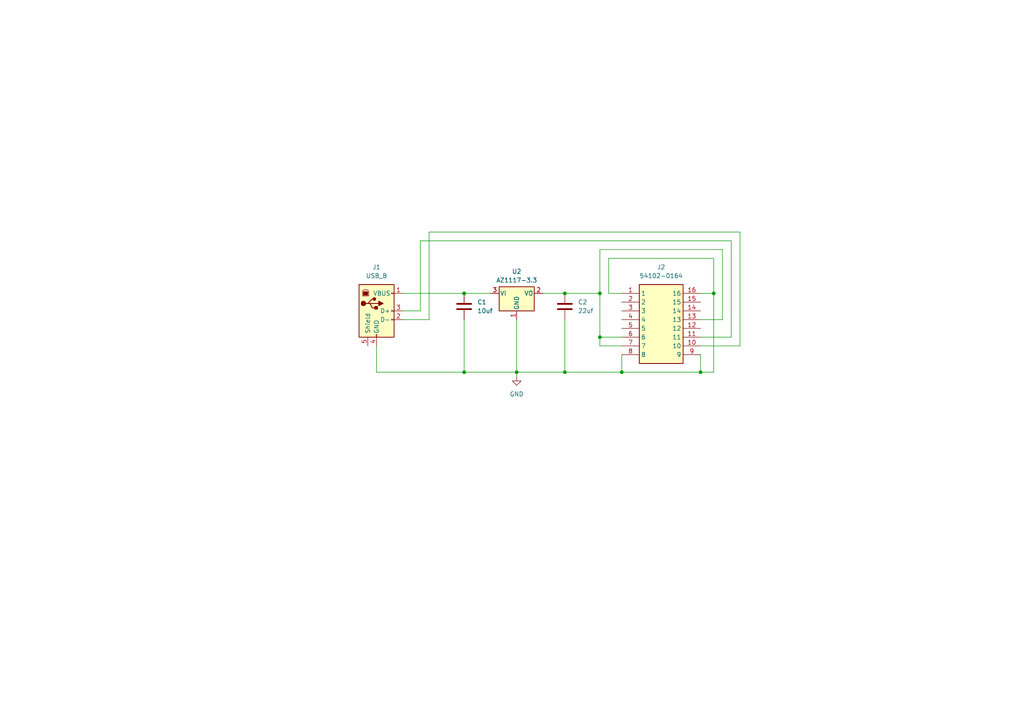
<source format=kicad_sch>
(kicad_sch (version 20230121) (generator eeschema)

  (uuid 0b279582-4d15-4779-8aac-995c0e71c6da)

  (paper "A4")

  (title_block
    (title "DolphinTooth")
    (date "2023-07-04")
    (rev "1.1")
    (company "vlads")
    (comment 3 "https://rys.pw/books/wiki/page/converting-wiis-bluetooth-module-to-a-usb-dongle")
    (comment 4 "Huge thank you to C0rn3j for originally documenting the bluetooth module test pads:")
  )

  (lib_symbols
    (symbol "Connector:USB_B" (pin_names (offset 1.016)) (in_bom yes) (on_board yes)
      (property "Reference" "J" (at -5.08 11.43 0)
        (effects (font (size 1.27 1.27)) (justify left))
      )
      (property "Value" "USB_B" (at -5.08 8.89 0)
        (effects (font (size 1.27 1.27)) (justify left))
      )
      (property "Footprint" "" (at 3.81 -1.27 0)
        (effects (font (size 1.27 1.27)) hide)
      )
      (property "Datasheet" " ~" (at 3.81 -1.27 0)
        (effects (font (size 1.27 1.27)) hide)
      )
      (property "ki_keywords" "connector USB" (at 0 0 0)
        (effects (font (size 1.27 1.27)) hide)
      )
      (property "ki_description" "USB Type B connector" (at 0 0 0)
        (effects (font (size 1.27 1.27)) hide)
      )
      (property "ki_fp_filters" "USB*" (at 0 0 0)
        (effects (font (size 1.27 1.27)) hide)
      )
      (symbol "USB_B_0_1"
        (rectangle (start -5.08 -7.62) (end 5.08 7.62)
          (stroke (width 0.254) (type default))
          (fill (type background))
        )
        (circle (center -3.81 2.159) (radius 0.635)
          (stroke (width 0.254) (type default))
          (fill (type outline))
        )
        (rectangle (start -3.81 5.588) (end -2.54 4.572)
          (stroke (width 0) (type default))
          (fill (type outline))
        )
        (circle (center -0.635 3.429) (radius 0.381)
          (stroke (width 0.254) (type default))
          (fill (type outline))
        )
        (rectangle (start -0.127 -7.62) (end 0.127 -6.858)
          (stroke (width 0) (type default))
          (fill (type none))
        )
        (polyline
          (pts
            (xy -1.905 2.159)
            (xy 0.635 2.159)
          )
          (stroke (width 0.254) (type default))
          (fill (type none))
        )
        (polyline
          (pts
            (xy -3.175 2.159)
            (xy -2.54 2.159)
            (xy -1.27 3.429)
            (xy -0.635 3.429)
          )
          (stroke (width 0.254) (type default))
          (fill (type none))
        )
        (polyline
          (pts
            (xy -2.54 2.159)
            (xy -1.905 2.159)
            (xy -1.27 0.889)
            (xy 0 0.889)
          )
          (stroke (width 0.254) (type default))
          (fill (type none))
        )
        (polyline
          (pts
            (xy 0.635 2.794)
            (xy 0.635 1.524)
            (xy 1.905 2.159)
            (xy 0.635 2.794)
          )
          (stroke (width 0.254) (type default))
          (fill (type outline))
        )
        (polyline
          (pts
            (xy -4.064 4.318)
            (xy -2.286 4.318)
            (xy -2.286 5.715)
            (xy -2.667 6.096)
            (xy -3.683 6.096)
            (xy -4.064 5.715)
            (xy -4.064 4.318)
          )
          (stroke (width 0) (type default))
          (fill (type none))
        )
        (rectangle (start 0.254 1.27) (end -0.508 0.508)
          (stroke (width 0.254) (type default))
          (fill (type outline))
        )
        (rectangle (start 5.08 -2.667) (end 4.318 -2.413)
          (stroke (width 0) (type default))
          (fill (type none))
        )
        (rectangle (start 5.08 -0.127) (end 4.318 0.127)
          (stroke (width 0) (type default))
          (fill (type none))
        )
        (rectangle (start 5.08 4.953) (end 4.318 5.207)
          (stroke (width 0) (type default))
          (fill (type none))
        )
      )
      (symbol "USB_B_1_1"
        (pin power_out line (at 7.62 5.08 180) (length 2.54)
          (name "VBUS" (effects (font (size 1.27 1.27))))
          (number "1" (effects (font (size 1.27 1.27))))
        )
        (pin bidirectional line (at 7.62 -2.54 180) (length 2.54)
          (name "D-" (effects (font (size 1.27 1.27))))
          (number "2" (effects (font (size 1.27 1.27))))
        )
        (pin bidirectional line (at 7.62 0 180) (length 2.54)
          (name "D+" (effects (font (size 1.27 1.27))))
          (number "3" (effects (font (size 1.27 1.27))))
        )
        (pin power_out line (at 0 -10.16 90) (length 2.54)
          (name "GND" (effects (font (size 1.27 1.27))))
          (number "4" (effects (font (size 1.27 1.27))))
        )
        (pin passive line (at -2.54 -10.16 90) (length 2.54)
          (name "Shield" (effects (font (size 1.27 1.27))))
          (number "5" (effects (font (size 1.27 1.27))))
        )
      )
    )
    (symbol "Device:C" (pin_numbers hide) (pin_names (offset 0.254)) (in_bom yes) (on_board yes)
      (property "Reference" "C" (at 0.635 2.54 0)
        (effects (font (size 1.27 1.27)) (justify left))
      )
      (property "Value" "C" (at 0.635 -2.54 0)
        (effects (font (size 1.27 1.27)) (justify left))
      )
      (property "Footprint" "" (at 0.9652 -3.81 0)
        (effects (font (size 1.27 1.27)) hide)
      )
      (property "Datasheet" "~" (at 0 0 0)
        (effects (font (size 1.27 1.27)) hide)
      )
      (property "ki_keywords" "cap capacitor" (at 0 0 0)
        (effects (font (size 1.27 1.27)) hide)
      )
      (property "ki_description" "Unpolarized capacitor" (at 0 0 0)
        (effects (font (size 1.27 1.27)) hide)
      )
      (property "ki_fp_filters" "C_*" (at 0 0 0)
        (effects (font (size 1.27 1.27)) hide)
      )
      (symbol "C_0_1"
        (polyline
          (pts
            (xy -2.032 -0.762)
            (xy 2.032 -0.762)
          )
          (stroke (width 0.508) (type default))
          (fill (type none))
        )
        (polyline
          (pts
            (xy -2.032 0.762)
            (xy 2.032 0.762)
          )
          (stroke (width 0.508) (type default))
          (fill (type none))
        )
      )
      (symbol "C_1_1"
        (pin passive line (at 0 3.81 270) (length 2.794)
          (name "~" (effects (font (size 1.27 1.27))))
          (number "1" (effects (font (size 1.27 1.27))))
        )
        (pin passive line (at 0 -3.81 90) (length 2.794)
          (name "~" (effects (font (size 1.27 1.27))))
          (number "2" (effects (font (size 1.27 1.27))))
        )
      )
    )
    (symbol "Regulator_Linear:AZ1117-3.3" (pin_names (offset 0.254)) (in_bom yes) (on_board yes)
      (property "Reference" "U" (at -3.81 3.175 0)
        (effects (font (size 1.27 1.27)))
      )
      (property "Value" "AZ1117-3.3" (at 0 3.175 0)
        (effects (font (size 1.27 1.27)) (justify left))
      )
      (property "Footprint" "" (at 0 6.35 0)
        (effects (font (size 1.27 1.27) italic) hide)
      )
      (property "Datasheet" "https://www.diodes.com/assets/Datasheets/AZ1117.pdf" (at 0 0 0)
        (effects (font (size 1.27 1.27)) hide)
      )
      (property "ki_keywords" "Fixed Voltage Regulator 1A Positive LDO" (at 0 0 0)
        (effects (font (size 1.27 1.27)) hide)
      )
      (property "ki_description" "1A 20V Fixed LDO Linear Regulator, 3.3V, SOT-89/SOT-223/TO-220/TO-252/TO-263" (at 0 0 0)
        (effects (font (size 1.27 1.27)) hide)
      )
      (property "ki_fp_filters" "SOT?223* SOT?89* TO?220* TO?252* TO?263*" (at 0 0 0)
        (effects (font (size 1.27 1.27)) hide)
      )
      (symbol "AZ1117-3.3_0_1"
        (rectangle (start -5.08 1.905) (end 5.08 -5.08)
          (stroke (width 0.254) (type default))
          (fill (type background))
        )
      )
      (symbol "AZ1117-3.3_1_1"
        (pin power_in line (at 0 -7.62 90) (length 2.54)
          (name "GND" (effects (font (size 1.27 1.27))))
          (number "1" (effects (font (size 1.27 1.27))))
        )
        (pin power_out line (at 7.62 0 180) (length 2.54)
          (name "VO" (effects (font (size 1.27 1.27))))
          (number "2" (effects (font (size 1.27 1.27))))
        )
        (pin power_in line (at -7.62 0 0) (length 2.54)
          (name "VI" (effects (font (size 1.27 1.27))))
          (number "3" (effects (font (size 1.27 1.27))))
        )
      )
    )
    (symbol "SamacSys_Parts:54102-0164" (in_bom yes) (on_board yes)
      (property "Reference" "J" (at 19.05 7.62 0)
        (effects (font (size 1.27 1.27)) (justify left top))
      )
      (property "Value" "54102-0164" (at 19.05 5.08 0)
        (effects (font (size 1.27 1.27)) (justify left top))
      )
      (property "Footprint" "541020164" (at 19.05 -94.92 0)
        (effects (font (size 1.27 1.27)) (justify left top) hide)
      )
      (property "Datasheet" "https://www.molex.com/pdm_docs/sd/541020164_sd.pdf" (at 19.05 -194.92 0)
        (effects (font (size 1.27 1.27)) (justify left top) hide)
      )
      (property "Height" "2.45" (at 19.05 -394.92 0)
        (effects (font (size 1.27 1.27)) (justify left top) hide)
      )
      (property "Mouser Part Number" "538-54102-0164" (at 19.05 -494.92 0)
        (effects (font (size 1.27 1.27)) (justify left top) hide)
      )
      (property "Mouser Price/Stock" "https://www.mouser.co.uk/ProductDetail/Molex/54102-0164?qs=QVBMgXxBiLxElgERTWRagA%3D%3D" (at 19.05 -594.92 0)
        (effects (font (size 1.27 1.27)) (justify left top) hide)
      )
      (property "Manufacturer_Name" "Molex" (at 19.05 -694.92 0)
        (effects (font (size 1.27 1.27)) (justify left top) hide)
      )
      (property "Manufacturer_Part_Number" "54102-0164" (at 19.05 -794.92 0)
        (effects (font (size 1.27 1.27)) (justify left top) hide)
      )
      (property "ki_description" "Molex SLIMSTACK Series 0.5mm 16 Way 2 Row Straight PCB Socket Surface Mount Board to Board" (at 0 0 0)
        (effects (font (size 1.27 1.27)) hide)
      )
      (symbol "54102-0164_1_1"
        (rectangle (start 5.08 2.54) (end 17.78 -20.32)
          (stroke (width 0.254) (type default))
          (fill (type background))
        )
        (pin passive line (at 0 0 0) (length 5.08)
          (name "1" (effects (font (size 1.27 1.27))))
          (number "1" (effects (font (size 1.27 1.27))))
        )
        (pin passive line (at 22.86 -15.24 180) (length 5.08)
          (name "10" (effects (font (size 1.27 1.27))))
          (number "10" (effects (font (size 1.27 1.27))))
        )
        (pin passive line (at 22.86 -12.7 180) (length 5.08)
          (name "11" (effects (font (size 1.27 1.27))))
          (number "11" (effects (font (size 1.27 1.27))))
        )
        (pin passive line (at 22.86 -10.16 180) (length 5.08)
          (name "12" (effects (font (size 1.27 1.27))))
          (number "12" (effects (font (size 1.27 1.27))))
        )
        (pin passive line (at 22.86 -7.62 180) (length 5.08)
          (name "13" (effects (font (size 1.27 1.27))))
          (number "13" (effects (font (size 1.27 1.27))))
        )
        (pin passive line (at 22.86 -5.08 180) (length 5.08)
          (name "14" (effects (font (size 1.27 1.27))))
          (number "14" (effects (font (size 1.27 1.27))))
        )
        (pin passive line (at 22.86 -2.54 180) (length 5.08)
          (name "15" (effects (font (size 1.27 1.27))))
          (number "15" (effects (font (size 1.27 1.27))))
        )
        (pin passive line (at 22.86 0 180) (length 5.08)
          (name "16" (effects (font (size 1.27 1.27))))
          (number "16" (effects (font (size 1.27 1.27))))
        )
        (pin passive line (at 0 -2.54 0) (length 5.08)
          (name "2" (effects (font (size 1.27 1.27))))
          (number "2" (effects (font (size 1.27 1.27))))
        )
        (pin passive line (at 0 -5.08 0) (length 5.08)
          (name "3" (effects (font (size 1.27 1.27))))
          (number "3" (effects (font (size 1.27 1.27))))
        )
        (pin passive line (at 0 -7.62 0) (length 5.08)
          (name "4" (effects (font (size 1.27 1.27))))
          (number "4" (effects (font (size 1.27 1.27))))
        )
        (pin passive line (at 0 -10.16 0) (length 5.08)
          (name "5" (effects (font (size 1.27 1.27))))
          (number "5" (effects (font (size 1.27 1.27))))
        )
        (pin passive line (at 0 -12.7 0) (length 5.08)
          (name "6" (effects (font (size 1.27 1.27))))
          (number "6" (effects (font (size 1.27 1.27))))
        )
        (pin passive line (at 0 -15.24 0) (length 5.08)
          (name "7" (effects (font (size 1.27 1.27))))
          (number "7" (effects (font (size 1.27 1.27))))
        )
        (pin passive line (at 0 -17.78 0) (length 5.08)
          (name "8" (effects (font (size 1.27 1.27))))
          (number "8" (effects (font (size 1.27 1.27))))
        )
        (pin passive line (at 22.86 -17.78 180) (length 5.08)
          (name "9" (effects (font (size 1.27 1.27))))
          (number "9" (effects (font (size 1.27 1.27))))
        )
      )
    )
    (symbol "power:GND" (power) (pin_names (offset 0)) (in_bom yes) (on_board yes)
      (property "Reference" "#PWR" (at 0 -6.35 0)
        (effects (font (size 1.27 1.27)) hide)
      )
      (property "Value" "GND" (at 0 -3.81 0)
        (effects (font (size 1.27 1.27)))
      )
      (property "Footprint" "" (at 0 0 0)
        (effects (font (size 1.27 1.27)) hide)
      )
      (property "Datasheet" "" (at 0 0 0)
        (effects (font (size 1.27 1.27)) hide)
      )
      (property "ki_keywords" "global power" (at 0 0 0)
        (effects (font (size 1.27 1.27)) hide)
      )
      (property "ki_description" "Power symbol creates a global label with name \"GND\" , ground" (at 0 0 0)
        (effects (font (size 1.27 1.27)) hide)
      )
      (symbol "GND_0_1"
        (polyline
          (pts
            (xy 0 0)
            (xy 0 -1.27)
            (xy 1.27 -1.27)
            (xy 0 -2.54)
            (xy -1.27 -1.27)
            (xy 0 -1.27)
          )
          (stroke (width 0) (type default))
          (fill (type none))
        )
      )
      (symbol "GND_1_1"
        (pin power_in line (at 0 0 270) (length 0) hide
          (name "GND" (effects (font (size 1.27 1.27))))
          (number "1" (effects (font (size 1.27 1.27))))
        )
      )
    )
  )

  (junction (at 207.01 85.09) (diameter 0) (color 0 0 0 0)
    (uuid 0f27b93e-ad12-4367-ac62-7fb995c2a114)
  )
  (junction (at 134.62 107.95) (diameter 0) (color 0 0 0 0)
    (uuid 3e59960c-171a-40fd-b634-84f22ec940c9)
  )
  (junction (at 163.83 107.95) (diameter 0) (color 0 0 0 0)
    (uuid 5b67b881-cce5-4965-a640-7a95da3d8db1)
  )
  (junction (at 173.99 85.09) (diameter 0) (color 0 0 0 0)
    (uuid 950fcae5-0e2e-4f36-ad14-ff2a937a6710)
  )
  (junction (at 134.62 85.09) (diameter 0) (color 0 0 0 0)
    (uuid 964d536c-a660-46ad-ae21-0bc0012e3060)
  )
  (junction (at 180.34 107.95) (diameter 0) (color 0 0 0 0)
    (uuid c6fc8338-9a8b-45e6-9188-43b0736529db)
  )
  (junction (at 173.99 97.79) (diameter 0) (color 0 0 0 0)
    (uuid cc97e106-2371-43fa-ac74-a6582e007e1e)
  )
  (junction (at 163.83 85.09) (diameter 0) (color 0 0 0 0)
    (uuid d73058f5-158e-4767-92b3-137d7b3ab6a4)
  )
  (junction (at 203.2 107.95) (diameter 0) (color 0 0 0 0)
    (uuid d9aa85c7-f139-4aee-a0ab-3fbce7840716)
  )
  (junction (at 149.86 107.95) (diameter 0) (color 0 0 0 0)
    (uuid e1f8b6d8-b4e5-42e2-9255-d9b28ffd888c)
  )

  (wire (pts (xy 124.46 67.31) (xy 214.63 67.31))
    (stroke (width 0) (type default))
    (uuid 04e32977-9f4d-4758-9811-8789fc07cec4)
  )
  (wire (pts (xy 121.92 90.17) (xy 121.92 69.85))
    (stroke (width 0) (type default))
    (uuid 0f42bc77-2aeb-4846-b25d-f7e4138c4b85)
  )
  (wire (pts (xy 203.2 92.71) (xy 209.55 92.71))
    (stroke (width 0) (type default))
    (uuid 13294f8b-7ed4-4e66-9bfb-c1f9225260f8)
  )
  (wire (pts (xy 209.55 72.39) (xy 173.99 72.39))
    (stroke (width 0) (type default))
    (uuid 15818df9-f4da-4831-be48-f098adb83e91)
  )
  (wire (pts (xy 163.83 107.95) (xy 180.34 107.95))
    (stroke (width 0) (type default))
    (uuid 1ffeee28-4b87-4c2c-9bf8-dc088653a26d)
  )
  (wire (pts (xy 173.99 85.09) (xy 173.99 97.79))
    (stroke (width 0) (type default))
    (uuid 326fc567-a03b-4246-994c-3a1d55d61598)
  )
  (wire (pts (xy 209.55 92.71) (xy 209.55 72.39))
    (stroke (width 0) (type default))
    (uuid 376e6594-5ebe-440c-8b73-0dd73cd04ac4)
  )
  (wire (pts (xy 203.2 85.09) (xy 207.01 85.09))
    (stroke (width 0) (type default))
    (uuid 3bd45d8a-362c-403b-af31-34eb0c2f3976)
  )
  (wire (pts (xy 214.63 100.33) (xy 214.63 67.31))
    (stroke (width 0) (type default))
    (uuid 3eb3e76a-fd18-4f07-a1eb-c9715171841e)
  )
  (wire (pts (xy 180.34 102.87) (xy 180.34 107.95))
    (stroke (width 0) (type default))
    (uuid 3f4d8b05-f982-45a6-88d3-e7d972fabde6)
  )
  (wire (pts (xy 176.53 74.93) (xy 207.01 74.93))
    (stroke (width 0) (type default))
    (uuid 56980a04-057f-4026-8414-e4943ce8cdf3)
  )
  (wire (pts (xy 203.2 107.95) (xy 180.34 107.95))
    (stroke (width 0) (type default))
    (uuid 592a3fb2-2e33-4144-b41a-1c0a34f02e04)
  )
  (wire (pts (xy 149.86 92.71) (xy 149.86 107.95))
    (stroke (width 0) (type default))
    (uuid 6039c71b-2816-42af-a43c-18a363334bb6)
  )
  (wire (pts (xy 116.84 90.17) (xy 121.92 90.17))
    (stroke (width 0) (type default))
    (uuid 67be7b0a-9228-4cac-896f-9f235ec7be9b)
  )
  (wire (pts (xy 203.2 100.33) (xy 214.63 100.33))
    (stroke (width 0) (type default))
    (uuid 75340ce9-9c2c-457d-ab74-afcccf1b45d6)
  )
  (wire (pts (xy 207.01 107.95) (xy 203.2 107.95))
    (stroke (width 0) (type default))
    (uuid 77f54915-027d-4b49-85a3-03f2cf3ce47a)
  )
  (wire (pts (xy 173.99 97.79) (xy 173.99 100.33))
    (stroke (width 0) (type default))
    (uuid 7dfa3c4b-6cce-44ca-b9c9-b8a98045607c)
  )
  (wire (pts (xy 163.83 107.95) (xy 149.86 107.95))
    (stroke (width 0) (type default))
    (uuid 7e995f76-b7da-4f4e-869f-cd0ca60cec58)
  )
  (wire (pts (xy 207.01 85.09) (xy 207.01 107.95))
    (stroke (width 0) (type default))
    (uuid 80a8a733-2fcb-4f64-b722-fe157b547059)
  )
  (wire (pts (xy 180.34 100.33) (xy 173.99 100.33))
    (stroke (width 0) (type default))
    (uuid 80ee7f55-1ea0-4925-8789-9caf017b0638)
  )
  (wire (pts (xy 134.62 85.09) (xy 142.24 85.09))
    (stroke (width 0) (type default))
    (uuid 8e559ac0-72a7-457b-bb93-edd49589a4d6)
  )
  (wire (pts (xy 149.86 107.95) (xy 149.86 109.22))
    (stroke (width 0) (type default))
    (uuid 8f2d54d4-1db3-48f9-a7c1-3cd4575d9470)
  )
  (wire (pts (xy 212.09 97.79) (xy 212.09 69.85))
    (stroke (width 0) (type default))
    (uuid 9eb715e4-879e-4773-a2ee-8c632d7d2f68)
  )
  (wire (pts (xy 149.86 107.95) (xy 134.62 107.95))
    (stroke (width 0) (type default))
    (uuid a82697a3-c407-43e8-9be8-25a6a9ab9e69)
  )
  (wire (pts (xy 163.83 92.71) (xy 163.83 107.95))
    (stroke (width 0) (type default))
    (uuid c70e2f95-3411-4cfb-89ad-00a98caafe13)
  )
  (wire (pts (xy 176.53 85.09) (xy 176.53 74.93))
    (stroke (width 0) (type default))
    (uuid ce829139-d757-4810-9e48-cfcecf55982b)
  )
  (wire (pts (xy 134.62 92.71) (xy 134.62 107.95))
    (stroke (width 0) (type default))
    (uuid d38c28d4-f019-42e8-a8a6-58421304fbb6)
  )
  (wire (pts (xy 124.46 92.71) (xy 124.46 67.31))
    (stroke (width 0) (type default))
    (uuid de6351ed-4265-4d92-b992-1fd0e0260557)
  )
  (wire (pts (xy 163.83 85.09) (xy 157.48 85.09))
    (stroke (width 0) (type default))
    (uuid e068d4d6-c9b2-4efe-b521-1ca0d4e5de6c)
  )
  (wire (pts (xy 173.99 97.79) (xy 180.34 97.79))
    (stroke (width 0) (type default))
    (uuid e1a7b661-68ab-49d9-a949-db0f5211b763)
  )
  (wire (pts (xy 203.2 102.87) (xy 203.2 107.95))
    (stroke (width 0) (type default))
    (uuid e4ff5a9b-9bd6-4a88-b8c8-00f92e175d1c)
  )
  (wire (pts (xy 203.2 97.79) (xy 212.09 97.79))
    (stroke (width 0) (type default))
    (uuid e66f2e54-1dbb-48d1-be78-613a75f39d48)
  )
  (wire (pts (xy 176.53 85.09) (xy 180.34 85.09))
    (stroke (width 0) (type default))
    (uuid e744acb3-f3df-4a9f-873a-acb0c98c1e85)
  )
  (wire (pts (xy 116.84 85.09) (xy 134.62 85.09))
    (stroke (width 0) (type default))
    (uuid e7b083fe-0b4b-4433-8402-e2e727789e76)
  )
  (wire (pts (xy 173.99 85.09) (xy 163.83 85.09))
    (stroke (width 0) (type default))
    (uuid e9d94632-1212-45bd-97cd-b107d214ef58)
  )
  (wire (pts (xy 109.22 100.33) (xy 109.22 107.95))
    (stroke (width 0) (type default))
    (uuid ea2c3657-790b-4e77-b749-13124888d172)
  )
  (wire (pts (xy 116.84 92.71) (xy 124.46 92.71))
    (stroke (width 0) (type default))
    (uuid ea6b50a9-8453-492a-834d-aaedc570957f)
  )
  (wire (pts (xy 173.99 72.39) (xy 173.99 85.09))
    (stroke (width 0) (type default))
    (uuid eae0b5b5-b1ac-4588-be4a-30cc6c9a5d3e)
  )
  (wire (pts (xy 207.01 74.93) (xy 207.01 85.09))
    (stroke (width 0) (type default))
    (uuid ee805880-5914-47e7-ade9-7730cfb917e6)
  )
  (wire (pts (xy 121.92 69.85) (xy 212.09 69.85))
    (stroke (width 0) (type default))
    (uuid f31315c2-8d41-4ab7-809a-5338a1be40bd)
  )
  (wire (pts (xy 109.22 107.95) (xy 134.62 107.95))
    (stroke (width 0) (type default))
    (uuid f9c47ae9-8c37-4d9a-98cb-2eb42132bfc7)
  )

  (symbol (lib_id "Device:C") (at 163.83 88.9 0) (unit 1)
    (in_bom yes) (on_board yes) (dnp no) (fields_autoplaced)
    (uuid 118dd2bf-a087-4f22-8ff1-ab3010187256)
    (property "Reference" "C2" (at 167.64 87.63 0)
      (effects (font (size 1.27 1.27)) (justify left))
    )
    (property "Value" "22uf" (at 167.64 90.17 0)
      (effects (font (size 1.27 1.27)) (justify left))
    )
    (property "Footprint" "Capacitor_SMD:C_1206_3216Metric" (at 164.7952 92.71 0)
      (effects (font (size 1.27 1.27)) hide)
    )
    (property "Datasheet" "~" (at 163.83 88.9 0)
      (effects (font (size 1.27 1.27)) hide)
    )
    (pin "1" (uuid c4fefa35-456d-409c-aadd-19dd79ba39d5))
    (pin "2" (uuid c6655a23-b310-42fd-8609-5edee5d3e06f))
    (instances
      (project "wii"
        (path "/0b279582-4d15-4779-8aac-995c0e71c6da"
          (reference "C2") (unit 1)
        )
      )
    )
  )

  (symbol (lib_id "Device:C") (at 134.62 88.9 0) (unit 1)
    (in_bom yes) (on_board yes) (dnp no) (fields_autoplaced)
    (uuid 2fa5f15f-d765-4581-9a91-2394b6d3cdc4)
    (property "Reference" "C1" (at 138.43 87.63 0)
      (effects (font (size 1.27 1.27)) (justify left))
    )
    (property "Value" "10uf" (at 138.43 90.17 0)
      (effects (font (size 1.27 1.27)) (justify left))
    )
    (property "Footprint" "Capacitor_SMD:C_1206_3216Metric" (at 135.5852 92.71 0)
      (effects (font (size 1.27 1.27)) hide)
    )
    (property "Datasheet" "~" (at 134.62 88.9 0)
      (effects (font (size 1.27 1.27)) hide)
    )
    (pin "1" (uuid d7c47626-8090-4d43-8f4c-663ff91dc808))
    (pin "2" (uuid 4b16c971-223b-4569-9124-6f93ce5d2378))
    (instances
      (project "wii"
        (path "/0b279582-4d15-4779-8aac-995c0e71c6da"
          (reference "C1") (unit 1)
        )
      )
    )
  )

  (symbol (lib_id "Connector:USB_B") (at 109.22 90.17 0) (unit 1)
    (in_bom yes) (on_board yes) (dnp no) (fields_autoplaced)
    (uuid 390a9b6c-cb95-4e63-93ba-01c2046afead)
    (property "Reference" "J1" (at 109.22 77.47 0)
      (effects (font (size 1.27 1.27)))
    )
    (property "Value" "USB_B" (at 109.22 80.01 0)
      (effects (font (size 1.27 1.27)))
    )
    (property "Footprint" "Connector_USB:USB_B_OST_USB-B1HSxx_Horizontal" (at 113.03 91.44 0)
      (effects (font (size 1.27 1.27)) hide)
    )
    (property "Datasheet" " ~" (at 113.03 91.44 0)
      (effects (font (size 1.27 1.27)) hide)
    )
    (pin "1" (uuid eb2ab972-fff1-4a5b-b4b4-fa38244f805b))
    (pin "2" (uuid c8c54851-299c-4637-8da2-00149ab8b0a5))
    (pin "3" (uuid dfa43a95-15c3-441e-9621-6926f29c02cd))
    (pin "4" (uuid 4af03054-590c-4a83-a892-406259f0bdf5))
    (pin "5" (uuid ed8862a7-496b-4a22-b883-2c53b37d7fc8))
    (instances
      (project "wii"
        (path "/0b279582-4d15-4779-8aac-995c0e71c6da"
          (reference "J1") (unit 1)
        )
      )
    )
  )

  (symbol (lib_id "Regulator_Linear:AZ1117-3.3") (at 149.86 85.09 0) (unit 1)
    (in_bom yes) (on_board yes) (dnp no) (fields_autoplaced)
    (uuid 3e363bda-333e-4cec-a542-5f06b5aff7c4)
    (property "Reference" "U2" (at 149.86 78.74 0)
      (effects (font (size 1.27 1.27)))
    )
    (property "Value" "AZ1117-3.3" (at 149.86 81.28 0)
      (effects (font (size 1.27 1.27)))
    )
    (property "Footprint" "Package_TO_SOT_SMD:SOT-223-3_TabPin2" (at 149.86 78.74 0)
      (effects (font (size 1.27 1.27) italic) hide)
    )
    (property "Datasheet" "https://www.diodes.com/assets/Datasheets/AZ1117.pdf" (at 149.86 85.09 0)
      (effects (font (size 1.27 1.27)) hide)
    )
    (pin "1" (uuid 77d6b9ec-bae1-42bf-a697-d708c52ff132))
    (pin "2" (uuid d1c5af4f-fa40-44e5-aff1-4297fc8975cc))
    (pin "3" (uuid a0191d8a-dfb0-4791-9682-d8fa77ec5d30))
    (instances
      (project "wii"
        (path "/0b279582-4d15-4779-8aac-995c0e71c6da"
          (reference "U2") (unit 1)
        )
      )
    )
  )

  (symbol (lib_id "power:GND") (at 149.86 109.22 0) (unit 1)
    (in_bom yes) (on_board yes) (dnp no) (fields_autoplaced)
    (uuid 64d24ef1-4009-4f89-985d-c142c8edc79e)
    (property "Reference" "#PWR07" (at 149.86 115.57 0)
      (effects (font (size 1.27 1.27)) hide)
    )
    (property "Value" "GND" (at 149.86 114.3 0)
      (effects (font (size 1.27 1.27)))
    )
    (property "Footprint" "" (at 149.86 109.22 0)
      (effects (font (size 1.27 1.27)) hide)
    )
    (property "Datasheet" "" (at 149.86 109.22 0)
      (effects (font (size 1.27 1.27)) hide)
    )
    (pin "1" (uuid aa45f33a-187e-46bf-8506-9710211e7d7d))
    (instances
      (project "wii"
        (path "/0b279582-4d15-4779-8aac-995c0e71c6da"
          (reference "#PWR07") (unit 1)
        )
      )
    )
  )

  (symbol (lib_id "SamacSys_Parts:54102-0164") (at 180.34 85.09 0) (unit 1)
    (in_bom yes) (on_board yes) (dnp no) (fields_autoplaced)
    (uuid fbff31f9-0366-4f9e-9fef-083ab7178197)
    (property "Reference" "J2" (at 191.77 77.47 0)
      (effects (font (size 1.27 1.27)))
    )
    (property "Value" "54102-0164" (at 191.77 80.01 0)
      (effects (font (size 1.27 1.27)))
    )
    (property "Footprint" "SamacSys_Parts:541020164" (at 199.39 180.01 0)
      (effects (font (size 1.27 1.27)) (justify left top) hide)
    )
    (property "Datasheet" "https://www.molex.com/pdm_docs/sd/541020164_sd.pdf" (at 199.39 280.01 0)
      (effects (font (size 1.27 1.27)) (justify left top) hide)
    )
    (property "Height" "2.45" (at 199.39 480.01 0)
      (effects (font (size 1.27 1.27)) (justify left top) hide)
    )
    (property "Mouser Part Number" "538-54102-0164" (at 199.39 580.01 0)
      (effects (font (size 1.27 1.27)) (justify left top) hide)
    )
    (property "Mouser Price/Stock" "https://www.mouser.co.uk/ProductDetail/Molex/54102-0164?qs=QVBMgXxBiLxElgERTWRagA%3D%3D" (at 199.39 680.01 0)
      (effects (font (size 1.27 1.27)) (justify left top) hide)
    )
    (property "Manufacturer_Name" "Molex" (at 199.39 780.01 0)
      (effects (font (size 1.27 1.27)) (justify left top) hide)
    )
    (property "Manufacturer_Part_Number" "54102-0164" (at 199.39 880.01 0)
      (effects (font (size 1.27 1.27)) (justify left top) hide)
    )
    (pin "1" (uuid a267c233-ed7c-4c60-ba43-9e653601ff4a))
    (pin "10" (uuid 3916b570-2559-4e83-8d89-e95324370d95))
    (pin "11" (uuid cf26dee8-b41c-4936-932b-4dada6f16b87))
    (pin "12" (uuid 6224d378-8e56-4c2a-8473-e81f79ef126a))
    (pin "13" (uuid d75f1d5e-7eec-4e31-916b-16db894e50c4))
    (pin "14" (uuid 9d040d7d-9626-4c33-81cf-c7b873ae3fdc))
    (pin "15" (uuid c5fad658-6be6-48a4-9cfd-08cc17503cf1))
    (pin "16" (uuid 43c5f877-481e-48e3-8344-d77d812b33f8))
    (pin "2" (uuid 27056340-49b4-4d59-a96e-656236ca35f3))
    (pin "3" (uuid 4fbc1eae-9a69-4bd2-8e10-3b3893404243))
    (pin "4" (uuid a50afe19-e9f8-4e87-8361-acc3c0fe1ef2))
    (pin "5" (uuid 47fde51d-f664-474e-96ad-cfb026f376ab))
    (pin "6" (uuid 6c692370-9c95-4924-8ef6-1c7181892694))
    (pin "7" (uuid 7fbf91ea-4839-4db8-b038-62c10888b54d))
    (pin "8" (uuid c6d3cd12-fda2-447f-8e5a-b0616a08aa6e))
    (pin "9" (uuid 6db8aee6-6b71-4733-b23b-425e2b796f7c))
    (instances
      (project "wii"
        (path "/0b279582-4d15-4779-8aac-995c0e71c6da"
          (reference "J2") (unit 1)
        )
      )
    )
  )

  (sheet_instances
    (path "/" (page "1"))
  )
)

</source>
